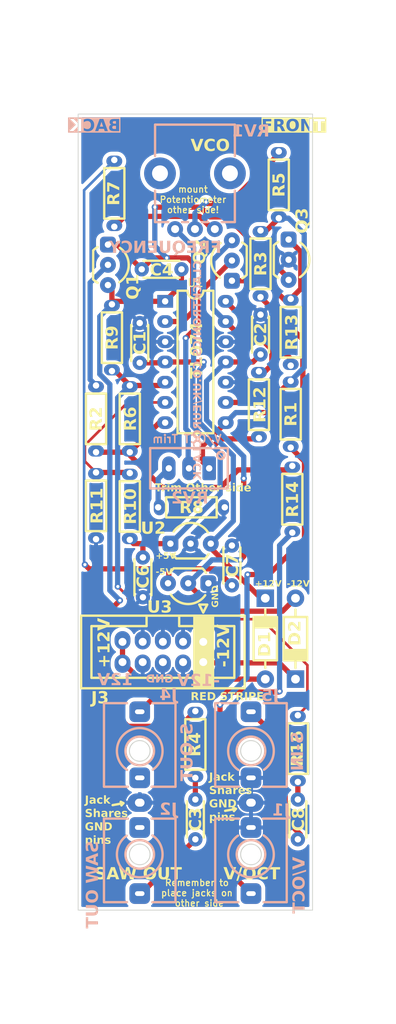
<source format=kicad_pcb>
(kicad_pcb (version 20240108) (generator "pcbnew") (generator_version "8.0")
  (layers (0 "F.Cu" signal) (31 "B.Cu" signal) (34 "B.Paste" user) (35 "F.Paste" user) (36 "B.SilkS" user "B.Silkscreen") (37 "F.SilkS" user "F.Silkscreen") (38 "B.Mask" user) (39 "F.Mask" user) (44 "Edge.Cuts" user))
  (net 0 "")
  (net 1 "-12V")
  (net 2 "GND")
  (net 3 "+12V")
  (net 4 "Net-(C3-Pad1)")
  (net 5 "Net-(C3-Pad2)")
  (net 6 "Net-(Q1-S)")
  (net 7 "Net-(Q1-D)")
  (net 8 "+5V")
  (net 9 "Net-(U1B-+)")
  (net 10 "Net-(R13-Pad1)")
  (net 11 "Net-(D1-A)")
  (net 12 "Net-(D2-K)")
  (net 13 "Net-(Q2-E)")
  (net 14 "Net-(J1-PadT)")
  (net 15 "Net-(Q1-G)")
  (net 16 "Net-(Q2-B)")
  (net 17 "Net-(U1C--)")
  (net 18 "Net-(R7-Pad1)")
  (net 19 "Net-(R3-Pad1)")
  (net 20 "Net-(Q2-C)")
  (net 21 "Net-(R5-Pad1)")
  (net 22 "Net-(R8-Pad2)")
  (net 24 "-5V")
  (net 25 "Net-(J4-PadT)")
  (net 26 "Net-(R14-Pad1)")
  (net 28 "Net-(C8-Pad1)")
  (net 29 "Net-(C8-Pad2)")
  (net 30 "Net-(U1B--)")
  (footprint "BYOM_General:R_Axial_DIN0204_L3.6mm_D1.6mm_P7.62mm_Horizontal" (layer "F.Cu") (at 131.75 88.4785 90)
    (property "Reference" "R6" (at 4.191 0.15 90) (layer "F.SilkS") (effects (font (size 1.5 1.5) (thickness 0.2) (bold yes))))
    (property "Value" "330kΩ")
    (pad "1" thru_hole oval (at 0 0 90) (size 1.4 2) (drill 0.8 (offset 0.15 0)) (layers "*.Cu" "*.Mask") (net 26 "Net-(R14-Pad1)"))
    (pad "2" thru_hole oval (at 8.382 0 270) (size 1.4 2) (drill 0.8 (offset 0.15 0)) (layers "*.Cu" "*.Mask") (net 9 "Net-(U1B-+)"))
  )
  (footprint "BYOM_General:C_TH_Disc_P5.00mm" (layer "F.Cu") (at 133.4 106.7 90)
    (property "Reference" "C6" (at 2.6 0.1 -90) (layer "F.SilkS") (effects (font (size 1.5 1.5) (thickness 0.2) (bold yes))))
    (property "Value" "100n")
    (pad "1" thru_hole circle (at 0 0 90) (size 1.8 1.8) (drill 0.8) (layers "*.Cu" "*.Mask") (net 2 "GND"))
    (pad "2" thru_hole circle (at 5 0 90) (size 1.8 1.8) (drill 0.8) (layers "*.Cu" "*.Mask") (net 8 "+5V"))
  )
  (footprint "BYOM_General:TO-92_Inline_Wide" (layer "F.Cu") (at 144.6 66.94 90)
    (property "Reference" "Q2" (at 3.64 -4 90) (layer "F.SilkS") (effects (font (size 1.5 1.5) (thickness 0.3) (bold yes))))
    (property "Value" "2N3904")
    (pad "1" thru_hole roundrect (at 0 0 90) (size 2 2) (drill 0.8) (layers "*.Cu" "*.Mask") (net 13 "Net-(Q2-E)"))
    (pad "2" thru_hole circle (at 2.54 0 90) (size 2 2) (drill 0.8) (layers "*.Cu" "*.Mask") (net 16 "Net-(Q2-B)"))
    (pad "3" thru_hole circle (at 5.08 0 90) (size 2 2) (drill 0.8) (layers "*.Cu" "*.Mask") (net 20 "Net-(Q2-C)"))
  )
  (footprint "BYOM_General:R_Axial_DIN0204_L3.6mm_D1.6mm_P7.62mm_Horizontal" (layer "F.Cu") (at 129.8 60.1535 90)
    (property "Reference" "R7" (at 4.191 0 90) (layer "F.SilkS") (effects (font (size 1.5 1.5) (thickness 0.2) (bold yes))))
    (property "Value" "2.2kΩ")
    (pad "1" thru_hole oval (at 0 0 90) (size 1.4 2) (drill 0.8 (offset 0.15 0)) (layers "*.Cu" "*.Mask") (net 18 "Net-(R7-Pad1)"))
    (pad "2" thru_hole oval (at 8.382 0 270) (size 1.4 2) (drill 0.8 (offset 0.15 0)) (layers "*.Cu" "*.Mask") (net 24 "-5V"))
  )
  (footprint "BYOM_General:R_Axial_DIN0204_L3.6mm_D1.6mm_P7.62mm_Horizontal" (layer "F.Cu") (at 152 77.6 90)
    (property "Reference" "R13" (at 4.191 0.2 90) (layer "F.SilkS") (effects (font (size 1.5 1.5) (thickness 0.2) (bold yes))))
    (property "Value" "10kΩ")
    (pad "1" thru_hole oval (at 0 0 90) (size 1.4 2) (drill 0.8 (offset 0.15 0)) (layers "*.Cu" "*.Mask") (net 10 "Net-(R13-Pad1)"))
    (pad "2" thru_hole oval (at 8.382 0 270) (size 1.4 2) (drill 0.8 (offset 0.15 0)) (layers "*.Cu" "*.Mask") (net 13 "Net-(Q2-E)"))
  )
  (footprint "BYOM_General:R_Axial_DIN0204_L3.6mm_D1.6mm_P7.62mm_Horizontal" (layer "F.Cu") (at 127.5 88.4785 90)
    (property "Reference" "R2" (at 4.191 0.1 90) (layer "F.SilkS") (effects (font (size 1.5 1.5) (thickness 0.2) (bold yes))))
    (property "Value" "10kΩ")
    (pad "1" thru_hole oval (at 0 0 90) (size 1.4 2) (drill 0.8 (offset 0.15 0)) (layers "*.Cu" "*.Mask") (net 26 "Net-(R14-Pad1)"))
    (pad "2" thru_hole oval (at 8.382 0 270) (size 1.4 2) (drill 0.8 (offset 0.15 0)) (layers "*.Cu" "*.Mask") (net 15 "Net-(Q1-G)"))
  )
  (footprint "BYOM_General:R_Axial_DIN0204_L3.6mm_D1.6mm_P7.62mm_Horizontal" (layer "F.Cu") (at 152.2 90.2 -90)
    (property "Reference" "R14" (at 4.2 -0.1 90) (layer "F.SilkS") (effects (font (size 1.5 1.5) (thickness 0.2) (bold yes))))
    (property "Value" "1k")
    (pad "1" thru_hole oval (at 0 0 270) (size 1.4 2) (drill 0.8 (offset 0.15 0)) (layers "*.Cu" "*.Mask") (net 26 "Net-(R14-Pad1)"))
    (pad "2" thru_hole oval (at 8.382 0 90) (size 1.4 2) (drill 0.8 (offset 0.15 0)) (layers "*.Cu" "*.Mask") (net 25 "Net-(J4-PadT)"))
  )
  (footprint "BYOM_General:R_Axial_DIN0204_L3.6mm_D1.6mm_P7.62mm_Horizontal" (layer "F.Cu") (at 131.75 99.4785 90)
    (property "Reference" "R10" (at 4.191 0.15 90) (layer "F.SilkS") (effects (font (size 1.5 1.5) (thickness 0.2) (bold yes))))
    (property "Value" "100kΩ")
    (pad "1" thru_hole oval (at 0 0 90) (size 1.4 2) (drill 0.8 (offset 0.15 0)) (layers "*.Cu" "*.Mask") (net 8 "+5V"))
    (pad "2" thru_hole oval (at 8.382 0 270) (size 1.4 2) (drill 0.8 (offset 0.15 0)) (layers "*.Cu" "*.Mask") (net 30 "Net-(U1B--)"))
  )
  (footprint "BYOM_General:IDC-Header_2x05_P2.54mm_Vertical" (layer "F.Cu") (at 140.9925 112.3 -90)
    (property "Reference" "J3" (at 7.099999 12.992501 0) (layer "F.SilkS") (effects (font (size 1.5 1.5) (thickness 0.2) (bold yes))))
    (property "Value" "IDC 02x05 Header")
    (pad "1" thru_hole roundrect (at 0 0 270) (size 2.3 2) (drill 1 (offset -0.2 0)) (layers "*.Cu" "*.Mask") (roundrect_rratio 0.125) (net 12 "Net-(D2-K)"))
    (pad "2" thru_hole oval (at 2.54 0 270) (size 2.3 2) (drill 1 (offset 0.2 0)) (layers "*.Cu" "*.Mask") (net 12 "Net-(D2-K)"))
    (pad "3" thru_hole oval (at 0 2.54 270) (size 2.3 2) (drill 1 (offset -0.2 0)) (layers "*.Cu" "*.Mask") (net 2 "GND"))
    (pad "4" thru_hole oval (at 2.54 2.54 270) (size 2.3 2) (drill 1 (offset 0.2 0)) (layers "*.Cu" "*.Mask") (net 2 "GND"))
    (pad "5" thru_hole oval (at 0 5.08 270) (size 2.3 2) (drill 1 (offset -0.2 0)) (layers "*.Cu" "*.Mask") (net 2 "GND"))
    (pad "6" thru_hole oval (at 2.54 5.08 270) (size 2.3 2) (drill 1 (offset 0.2 0)) (layers "*.Cu" "*.Mask") (net 2 "GND"))
    (pad "7" thru_hole oval (at 0 7.62 270) (size 2.3 2) (drill 1 (offset -0.2 0)) (layers "*.Cu" "*.Mask") (net 2 "GND"))
    (pad "8" thru_hole oval (at 2.54 7.62 270) (size 2.3 2) (drill 1 (offset 0.2 0)) (layers "*.Cu" "*.Mask") (net 2 "GND"))
    (pad "9" thru_hole oval (at 0 10.16 270) (size 2.3 2) (drill 1 (offset -0.2 0)) (layers "*.Cu" "*.Mask") (net 11 "Net-(D1-A)"))
    (pad "10" thru_hole oval (at 2.54 10.16 270) (size 2.3 2) (drill 1 (offset 0.2 0)) (layers "*.Cu" "*.Mask") (net 11 "Net-(D1-A)"))
  )
  (footprint "BYOM_General:TO-92_Inline_Wide" (layer "F.Cu") (at 141.64 104.935825 180)
    (property "Reference" "U3" (at 6.14 -3.064175 180) (layer "F.SilkS") (effects (font (size 1.5 1.5) (thickness 0.3) (bold yes))))
    (property "Value" "L79L05_TO92")
    (pad "1" thru_hole roundrect (at 0 0 180) (size 2 2) (drill 0.8) (layers "*.Cu" "*.Mask") (net 2 "GND"))
    (pad "2" thru_hole circle (at 2.54 0 180) (size 2 2) (drill 0.8) (layers "*.Cu" "*.Mask") (net 1 "-12V"))
    (pad "3" thru_hole circle (at 5.08 0 180) (size 2 2) (drill 0.8) (layers "*.Cu" "*.Mask") (net 24 "-5V"))
  )
  (footprint "BYOM_General:TO-92_Inline_Wide" (layer "F.Cu") (at 136.86 99.964175)
    (property "Reference" "U2" (at -2.16 -1.864175 0) (layer "F.SilkS") (effects (font (size 1.5 1.5) (thickness 0.3) (bold yes))))
    (property "Value" "L78L05_TO92")
    (pad "1" thru_hole roundrect (at 0 0) (size 2 2) (drill 0.8) (layers "*.Cu" "*.Mask") (net 8 "+5V"))
    (pad "2" thru_hole circle (at 2.54 0) (size 2 2) (drill 0.8) (layers "*.Cu" "*.Mask") (net 2 "GND"))
    (pad "3" thru_hole circle (at 5.08 0) (size 2 2) (drill 0.8) (layers "*.Cu" "*.Mask") (net 3 "+12V"))
  )
  (footprint "BYOM_General:D_TH_DO-41_P10.16mm" (layer "F.Cu") (at 152.6 116.98 90)
    (property "Reference" "D2" (at 5.775 0 -90) (layer "F.SilkS") (effects (font (size 1.5 1.5) (thickness 0.2) (bold yes))))
    (property "Value" "1N5817")
    (pad "1" thru_hole rect (at 0 0 90) (size 2.2 2.2) (drill 1.1) (layers "*.Cu" "*.Mask") (net 12 "Net-(D2-K)"))
    (pad "2" thru_hole oval (at 10.16 0 90) (size 2.2 2.2) (drill 1.1) (layers "*.Cu" "*.Mask") (net 1 "-12V"))
  )
  (footprint "BYOM_General:R_Axial_DIN0204_L3.6mm_D1.6mm_P7.62mm_Horizontal" (layer "F.Cu") (at 148.2 69 90)
    (property "Reference" "R3" (at 4.191 0.1 90) (layer "F.SilkS") (effects (font (size 1.5 1.5) (thickness 0.2) (bold yes))))
    (property "Value" "2.2kΩ")
    (pad "1" thru_hole oval (at 0 0 90) (size 1.4 2) (drill 0.8 (offset 0.15 0)) (layers "*.Cu" "*.Mask") (net 19 "Net-(R3-Pad1)"))
    (pad "2" thru_hole oval (at 8.382 0 270) (size 1.4 2) (drill 0.8 (offset 0.15 0)) (layers "*.Cu" "*.Mask") (net 17 "Net-(U1C--)"))
  )
  (footprint "BYOM_General:R_Axial_DIN0204_L3.6mm_D1.6mm_P7.62mm_Horizontal" (layer "F.Cu") (at 152.9 129.9 90)
    (property "Reference" "R16" (at 4.191 0 -90) (layer "F.SilkS") (effects (font (size 1.5 1.5) (thickness 0.2) (bold yes))))
    (property "Value" "330kΩ")
    (pad "1" thru_hole oval (at 0 0 90) (size 1.4 2) (drill 0.8 (offset 0.15 0)) (layers "*.Cu" "*.Mask") (net 29 "Net-(C8-Pad2)"))
    (pad "2" thru_hole oval (at 8.382 0 270) (size 1.4 2) (drill 0.8 (offset 0.15 0)) (layers "*.Cu" "*.Mask") (net 9 "Net-(U1B-+)"))
  )
  (footprint "BYOM_General:R_Axial_DIN0204_L3.6mm_D1.6mm_P7.62mm_Horizontal" (layer "F.Cu") (at 129.5 69.9 -90)
    (property "Reference" "R9" (at 4.2 -0.1 -90) (layer "F.SilkS") (effects (font (size 1.5 1.5) (thickness 0.2) (bold yes))))
    (property "Value" "100kΩ")
    (pad "1" thru_hole oval (at 0 0 270) (size 1.4 2) (drill 0.8 (offset 0.15 0)) (layers "*.Cu" "*.Mask") (net 7 "Net-(Q1-D)"))
    (pad "2" thru_hole oval (at 8.382 0 90) (size 1.4 2) (drill 0.8 (offset 0.15 0)) (layers "*.Cu" "*.Mask") (net 9 "Net-(U1B-+)"))
  )
  (footprint "BYOM_General:R_Axial_DIN0204_L3.6mm_D1.6mm_P7.62mm_Horizontal" (layer "F.Cu") (at 152 87.9 90)
    (property "Reference" "R1" (at 4.191 0.1 90) (layer "F.SilkS") (effects (font (size 1.5 1.5) (thickness 0.2) (bold yes))))
    (property "Value" "100kΩ")
    (pad "1" thru_hole oval (at 0 0 90) (size 1.4 2) (drill 0.8 (offset 0.15 0)) (layers "*.Cu" "*.Mask") (net 14 "Net-(J1-PadT)"))
    (pad "2" thru_hole oval (at 8.382 0 270) (size 1.4 2) (drill 0.8 (offset 0.15 0)) (layers "*.Cu" "*.Mask") (net 17 "Net-(U1C--)"))
  )
  (footprint "BYOM_General:R_Axial_DIN0204_L3.6mm_D1.6mm_P7.62mm_Horizontal" (layer "F.Cu") (at 150.5 50.7 -90)
    (property "Reference" "R5" (at 4.191 -0.1 -90) (layer "F.SilkS") (effects (font (size 1.5 1.5) (thickness 0.2) (bold yes))))
    (property "Value" "100kΩ")
    (pad "1" thru_hole oval (at 0 0 270) (size 1.4 2) (drill 0.8 (offset 0.15 0)) (layers "*.Cu" "*.Mask") (net 21 "Net-(R5-Pad1)"))
    (pad "2" thru_hole oval (at 8.382 0 90) (size 1.4 2) (drill 0.8 (offset 0.15 0)) (layers "*.Cu" "*.Mask") (net 17 "Net-(U1C--)"))
  )
  (footprint "BYOM_General:C_TH_Disc_P5.00mm" (layer "F.Cu") (at 133 72.25 -90)
    (property "Reference" "C1" (at 2.5 -0.1 -90) (layer "F.SilkS") (effects (font (size 1.5 1.5) (thickness 0.2) (bold yes))))
    (property "Value" "100n")
    (pad "1" thru_hole circle (at 0 0 270) (size 1.8 1.8) (drill 0.8) (layers "*.Cu" "*.Mask") (net 2 "GND"))
    (pad "2" thru_hole circle (at 5 0 270) (size 1.8 1.8) (drill 0.8) (layers "*.Cu" "*.Mask") (net 3 "+12V"))
  )
  (footprint "BYOM_General:R_Axial_DIN0204_L3.6mm_D1.6mm_P7.62mm_Horizontal" (layer "F.Cu") (at 148 86.7 90)
    (property "Reference" "R12" (at 4.191 0.2 90) (layer "F.SilkS") (effects (font (size 1.5 1.5) (thickness 0.2) (bold yes))))
    (property "Value" "1MΩ")
    (pad "1" thru_hole oval (at 0 0 90) (size 1.4 2) (drill 0.8 (offset 0.15 0)) (layers "*.Cu" "*.Mask") (net 8 "+5V"))
    (pad "2" thru_hole oval (at 8.382 0 270) (size 1.4 2) (drill 0.8 (offset 0.15 0)) (layers "*.Cu" "*.Mask") (net 20 "Net-(Q2-C)"))
  )
  (footprint "BYOM_General:C_TH_Disc_P5.00mm" (layer "F.Cu") (at 133.25 65.5)
    (property "Reference" "C4" (at 2.5 0.15 0) (layer "F.SilkS") (effects (font (size 1.5 1.5) (thickness 0.2) (bold yes))))
    (property "Value" "1nF C0G")
    (pad "1" thru_hole circle (at 0 0) (size 1.8 1.8) (drill 0.8) (layers "*.Cu" "*.Mask") (net 6 "Net-(Q1-S)"))
    (pad "2" thru_hole circle (at 5 0) (size 1.8 1.8) (drill 0.8) (layers "*.Cu" "*.Mask") (net 7 "Net-(Q1-D)"))
  )
  (footprint "BYOM_General:R_Axial_DIN0204_L3.6mm_D1.6mm_P7.62mm_Horizontal" (layer "F.Cu") (at 140 121 -90)
    (property "Reference" "R4" (at 4.191 0 90) (layer "F.SilkS") (effects (font (size 1.5 1.5) (thickness 0.2) (bold yes))))
    (property "Value" "1kΩ")
    (pad "1" thru_hole oval (at 0 0 270) (size 1.4 2) (drill 0.8 (offset 0.15 0)) (layers "*.Cu" "*.Mask") (net 7 "Net-(Q1-D)"))
    (pad "2" thru_hole oval (at 8.382 0 90) (size 1.4 2) (drill 0.8 (offset 0.15 0)) (layers "*.Cu" "*.Mask") (net 4 "Net-(C3-Pad1)"))
  )
  (footprint "BYOM_General:C_TH_Disc_P5.00mm" (layer "F.Cu") (at 144.6 105.2 90)
    (property "Reference" "C7" (at 2.5 0.15 -90) (layer "F.SilkS") (effects (font (size 1.5 1.5) (thickness 0.2) (bold yes))))
    (property "Value" "100n")
    (pad "1" thru_hole circle (at 0 0 90) (size 1.8 1.8) (drill 0.8) (layers "*.Cu" "*.Mask") (net 24 "-5V"))
    (pad "2" thru_hole circle (at 5 0 90) (size 1.8 1.8) (drill 0.8) (layers "*.Cu" "*.Mask") (net 2 "GND"))
  )
  (footprint "BYOM_General:TO-92_Inline_Wide" (layer "F.Cu") (at 129 62.4 -90)
    (property "Reference" "Q1" (at 5.3 -3.2 90) (layer "F.SilkS") (effects (font (size 1.5 1.5) (thickness 0.3) (bold yes))))
    (property "Value" "2N7000")
    (pad "1" thru_hole roundrect (at 0 0 270) (size 2 2) (drill 0.8) (layers "*.Cu" "*.Mask") (net 6 "Net-(Q1-S)"))
    (pad "2" thru_hole circle (at 2.54 0 270) (size 2 2) (drill 0.8) (layers "*.Cu" "*.Mask") (net 15 "Net-(Q1-G)"))
    (pad "3" thru_hole circle (at 5.08 0 270) (size 2 2) (drill 0.8) (layers "*.Cu" "*.Mask") (net 7 "Net-(Q1-D)"))
  )
  (footprint "BYOM_General:R_Axial_DIN0204_L3.6mm_D1.6mm_P7.62mm_Horizontal" (layer "F.Cu") (at 143.7 95.4 180)
    (property "Reference" "R8" (at 4.191 -0.1 180) (layer "F.SilkS") (effects (font (size 1.5 1.5) (thickness 0.2) (bold yes))))
    (property "Value" "100Ω")
    (pad "1" thru_hole oval (at 0 0 180) (size 1.4 2) (drill 0.8 (offset 0.15 0)) (layers "*.Cu" "*.Mask") (net 2 "GND"))
    (pad "2" thru_hole oval (at 8.382 0) (size 1.4 2) (drill 0.8 (offset 0.15 0)) (layers "*.Cu" "*.Mask") (net 22 "Net-(R8-Pad2)"))
  )
  (footprint "BYOM_General:D_TH_DO-41_P10.16mm" (layer "F.Cu") (at 148.8 106.82 -90)
    (property "Reference" "D1" (at 5.775 0 90) (layer "F.SilkS") (effects (font (size 1.5 1.5) (thickness 0.2) (bold yes))))
    (property "Value" "1N5817")
    (pad "1" thru_hole rect (at 0 0 270) (size 2.2 2.2) (drill 1.1) (layers "*.Cu" "*.Mask") (net 3 "+12V"))
    (pad "2" thru_hole oval (at 10.16 0 270) (size 2.2 2.2) (drill 1.1) (layers "*.Cu" "*.Mask") (net 11 "Net-(D1-A)"))
  )
  (footprint "BYOM_General:C_TH_Disc_P5.00mm" (layer "F.Cu") (at 140 132.1 -90)
    (property "Reference" "C3" (at 2.5 -0.1 90) (layer "F.SilkS") (effects (font (size 1.5 1.5) (thickness 0.2) (bold yes))))
    (property "Value" "100n")
    (pad "1" thru_hole circle (at 0 0 270) (size 1.8 1.8) (drill 0.8) (layers "*.Cu" "*.Mask") (net 4 "Net-(C3-Pad1)"))
    (pad "2" thru_hole circle (at 5 0 270) (size 1.8 1.8) (drill 0.8) (layers "*.Cu" "*.Mask") (net 5 "Net-(C3-Pad2)"))
  )
  (footprint "BYOM_General:C_TH_Disc_P5.00mm" (layer "F.Cu") (at 152.9 137.1 90)
    (property "Reference" "C8" (at 2.5 0.15 -90) (layer "F.SilkS") (effects (font (size 1.5 1.5) (thickness 0.2) (bold yes))))
    (property "Value" "100pF")
    (pad "1" thru_hole circle (at 0 0 90) (size 1.8 1.8) (drill 0.8) (layers "*.Cu" "*.Mask") (net 28 "Net-(C8-Pad1)"))
    (pad "2" thru_hole circle (at 5 0 90) (size 1.8 1.8) (drill 0.8) (layers "*.Cu" "*.Mask") (net 29 "Net-(C8-Pad2)"))
  )
  (footprint "BYOM_General:DIP-14_W7.62mm_LongPads_copy" (layer "F.Cu") (at 136.2 69.525)
    (property "Reference" "U1" (at 3.81 -2.33 0) (layer "F.SilkS"))
    (property "Value" "TL074")
    (pad "1" thru_hole rect (at 0 0) (size 2 1.6) (drill 0.8) (layers "*.Cu" "*.Mask") (net 7 "Net-(Q1-D)"))
    (pad "2" thru_hole oval (at 0 2.54) (size 2 1.6) (drill 0.8) (layers "*.Cu" "*.Mask") (net 6 "Net-(Q1-S)"))
    (pad "3" thru_hole oval (at 0 5.08) (size 2 1.6) (drill 0.8) (layers "*.Cu" "*.Mask") (net 2 "GND"))
    (pad "4" thru_hole oval (at 0 7.62) (size 2 1.6) (drill 0.8) (layers "*.Cu" "*.Mask") (net 3 "+12V"))
    (pad "5" thru_hole oval (at 0 10.16) (size 2 1.6) (drill 0.8) (layers "*.Cu" "*.Mask") (net 9 "Net-(U1B-+)"))
    (pad "6" thru_hole oval (at 0 12.7) (size 2 1.6) (drill 0.8) (layers "*.Cu" "*.Mask") (net 30 "Net-(U1B--)"))
    (pad "7" thru_hole oval (at 0 15.24) (size 2 1.6) (drill 0.8) (layers "*.Cu" "*.Mask") (net 26 "Net-(R14-Pad1)"))
    (pad "8" thru_hole oval (at 7.62 15.24) (size 2 1.6) (drill 0.8) (layers "*.Cu" "*.Mask") (net 19 "Net-(R3-Pad1)"))
    (pad "9" thru_hole oval (at 7.62 12.7) (size 2 1.6) (drill 0.8) (layers "*.Cu" "*.Mask") (net 17 "Net-(U1C--)"))
    (pad "10" thru_hole oval (at 7.62 10.16) (size 2 1.6) (drill 0.8) (layers "*.Cu" "*.Mask") (net 2 "GND"))
    (pad "11" thru_hole oval (at 7.62 7.62) (size 2 1.6) (drill 0.8) (layers "*.Cu" "*.Mask") (net 1 "-12V"))
    (pad "12" thru_hole oval (at 7.62 5.08) (size 2 1.6) (drill 0.8) (layers "*.Cu" "*.Mask") (net 2 "GND"))
    (pad "13" thru_hole oval (at 7.62 2.54) (size 2 1.6) (drill 0.8) (layers "*.Cu" "*.Mask") (net 20 "Net-(Q2-C)"))
    (pad "14" thru_hole oval (at 7.62 0) (size 2 1.6) (drill 0.8) (layers "*.Cu" "*.Mask") (net 10 "Net-(R13-Pad1)"))
  )
  (footprint "BYOM_General:C_TH_Disc_P5.00mm" (layer "F.Cu") (at 148.2 71.2 -90)
    (property "Reference" "C2" (at 2.5 -0.1 90) (layer "F.SilkS") (effects (font (size 1.5 1.5) (thickness 0.2) (bold yes))))
    (property "Value" "100n")
    (pad "1" thru_hole circle (at 0 0 270) (size 1.8 1.8) (drill 0.8) (layers "*.Cu" "*.Mask") (net 2 "GND"))
    (pad "2" thru_hole circle (at 5 0 270) (size 1.8 1.8) (drill 0.8) (layers "*.Cu" "*.Mask") (net 1 "-12V"))
  )
  (footprint "BYOM_General:TO-92_Inline_Wide" (layer "F.Cu") (at 151.735825 61.76 -90)
    (property "Reference" "Q3" (at -2.36 -1.764175 -90) (layer "F.SilkS") (effects (font (size 1.5 1.5) (thickness 0.3) (bold yes))))
    (property "Value" "2N3904")
    (pad "1" thru_hole roundrect (at 0 0 270) (size 2 2) (drill 0.8) (layers "*.Cu" "*.Mask") (net 13 "Net-(Q2-E)"))
    (pad "2" thru_hole circle (at 2.54 0 270) (size 2 2) (drill 0.8) (layers "*.Cu" "*.Mask") (net 2 "GND"))
    (pad "3" thru_hole circle (at 5.08 0 270) (size 2 2) (drill 0.8) (layers "*.Cu" "*.Mask") (net 6 "Net-(Q1-S)"))
  )
  (footprint "BYOM_General:R_Axial_DIN0204_L3.6mm_D1.6mm_P7.62mm_Horizontal" (layer "F.Cu") (at 127.5 91.0215 -90)
    (property "Reference" "R11" (at 4.191 -0.2 -90) (layer "F.SilkS") (effects (font (size 1.5 1.5) (thickness 0.2) (bold yes))))
    (property "Value" "330kΩ")
    (pad "1" thru_hole oval (at 0 0 270) (size 1.4 2) (drill 0.8 (offset 0.15 0)) (layers "*.Cu" "*.Mask") (net 30 "Net-(U1B--)"))
    (pad "2" thru_hole oval (at 8.382 0 90) (size 1.4 2) (drill 0.8 (offset 0.15 0)) (layers "*.Cu" "*.Mask") (net 2 "GND"))
  )
  (footprint "BYOM_General:Potentiometer_Bourns_3296W_Vertical" (layer "B.Cu") (at 141.74 90.5)
    (property "Reference" "RV2" (at -2.44 3.8 0) (layer "B.SilkS") (effects (font (size 1.5 1.5) (thickness 0.3) (bold yes)) (justify mirror)))
    (property "Value" "100Ω")
    (pad "1" thru_hole roundrect (at 0 0) (size 1.7 3) (drill 0.8) (layers "*.Cu" "*.Mask") (roundrect_rratio 0.1470588235) (net 19 "Net-(R3-Pad1)"))
    (pad "2" thru_hole oval (at -2.54 0) (size 1.7 3) (drill 0.8) (layers "*.Cu" "*.Mask") (net 16 "Net-(Q2-B)"))
    (pad "3" thru_hole oval (at -5.08 0) (size 1.7 3) (drill 0.8) (layers "*.Cu" "*.Mask") (net 22 "Net-(R8-Pad2)"))
  )
  (footprint "BYOM_General:Jack_3.5mm_QingPu_WQP-PJ398SM_Vertical" (layer "B.Cu") (at 147 126 180)
    (property "Reference" "J5" (at -2.4 6.9 180) (layer "B.SilkS") (effects (font (size 1.5 1.5) (thickness 0.2) (bold yes)) (justify mirror)))
    (property "Value" "SYNC_IN")
    (fp_circle (center 0 0) (end 1.3 0) (stroke (width 0.12)) (fill none) (layer "Edge.Cuts"))
    (pad "S" thru_hole oval (at 0 -6.5 180) (size 3.1 2.3) (drill oval 1.2 1) (layers "*.Cu" "*.Mask") (net 2 "GND"))
    (pad "T" thru_hole roundrect (at 0 4.92 180) (size 2.6 2.6) (drill oval 1.2 0.6) (layers "*.Cu" "*.Mask") (net 28 "Net-(C8-Pad1)"))
    (pad "TN" thru_hole roundrect (at 0 -3.38 180) (size 2.6 2.6) (drill oval 1.2 0.6) (layers "*.Cu" "*.Mask") (net 2 "GND"))
    (zone (net 0) (net_name "") (layers "B.Cu" "B.SilkS") (connect_pads (clearance 0)) (min_thickness 0.25)
      (keepout (tracks not_allowed) (vias not_allowed) (pads not_allowed) (copperpour not_allowed) (footprints not_allowed))
      (fill (thermal_gap 0.5) (thermal_bridge_width 0.5))
      (polygon (pts (xy 145.5 126) (xy 145.520458 125.753108) (xy 145.581274 125.512951) (xy 145.680789 125.286079) (xy 145.816289 125.078681) (xy 145.984078 124.896414) (xy 146.179578 124.74425) (xy 146.397457 124.62634) (xy 146.631772 124.5459) (xy 146.876131 124.505123) (xy 147.123869 124.505123) (xy 147.368228 124.5459) (xy 147.602543 124.62634) (xy 147.820422 124.74425) (xy 148.015922 124.896414) (xy 148.183711 125.078681) (xy 148.319211 125.286079) (xy 148.418726 125.512951) (xy 148.479542 125.753108) (xy 148.5 126) (xy 148.479542 126.246892) (xy 148.418726 126.487049) (xy 148.319211 126.713921) (xy 148.183711 126.921319) (xy 148.015922 127.103586) (xy 147.820422 127.25575) (xy 147.602543 127.37366) (xy 147.368228 127.4541) (xy 147.123869 127.494877) (xy 146.876131 127.494877) (xy 146.631772 127.4541) (xy 146.397457 127.37366) (xy 146.179578 127.25575) (xy 145.984078 127.103586) (xy 145.816289 126.921319) (xy 145.680789 126.713921) (xy 145.581274 126.487049) (xy 145.520458 126.246892)))
    )
  )
  (footprint "BYOM_General:Jack_3.5mm_QingPu_WQP-PJ398SM_Vertical" (layer "B.Cu") (at 133 139)
    (property "Reference" "J2" (at 3.6 -5.6 0) (layer "B.SilkS") (effects (font (size 1.5 1.5) (thickness 0.2) (bold yes)) (justify mirror)))
    (property "Value" "SAW OUT")
    (fp_circle (center 0 0) (end 1.3 0) (stroke (width 0.12)) (fill none) (layer "Edge.Cuts"))
    (pad "S" thru_hole oval (at 0 -6.5) (size 3.1 2.3) (drill oval 1.2 1) (layers "*.Cu" "*.Mask") (net 2 "GND"))
    (pad "T" thru_hole roundrect (at 0 4.92) (size 2.6 2.6) (drill oval 1.2 0.6) (layers "*.Cu" "*.Mask") (net 5 "Net-(C3-Pad2)"))
    (pad "TN" thru_hole roundrect (at 0 -3.38) (size 2.6 2.6) (drill oval 1.2 0.6) (layers "*.Cu" "*.Mask"))
    (zone (net 0) (net_name "") (layers "B.Cu" "B.SilkS") (connect_pads (clearance 0)) (min_thickness 0.25)
      (keepout (tracks not_allowed) (vias not_allowed) (pads not_allowed) (copperpour not_allowed) (footprints not_allowed))
      (fill (thermal_gap 0.5) (thermal_bridge_width 0.5))
      (polygon (pts (xy 134.5 139) (xy 134.479542 139.246892) (xy 134.418726 139.487049) (xy 134.319211 139.713921) (xy 134.183711 139.921319) (xy 134.015922 140.103586) (xy 133.820422 140.25575) (xy 133.602543 140.37366) (xy 133.368228 140.4541) (xy 133.123869 140.494877) (xy 132.876131 140.494877) (xy 132.631772 140.4541) (xy 132.397457 140.37366) (xy 132.179578 140.25575) (xy 131.984078 140.103586) (xy 131.816289 139.921319) (xy 131.680789 139.713921) (xy 131.581274 139.487049) (xy 131.520458 139.246892) (xy 131.5 139) (xy 131.520458 138.753108) (xy 131.581274 138.512951) (xy 131.680789 138.286079) (xy 131.816289 138.078681) (xy 131.984078 137.896414) (xy 132.179578 137.74425) (xy 132.397457 137.62634) (xy 132.631772 137.5459) (xy 132.876131 137.505123) (xy 133.123869 137.505123) (xy 133.368228 137.5459) (xy 133.602543 137.62634) (xy 133.820422 137.74425) (xy 134.015922 137.896414) (xy 134.183711 138.078681) (xy 134.319211 138.286079) (xy 134.418726 138.512951) (xy 134.479542 138.753108)))
    )
  )
  (footprint "BYOM_General:Jack_3.5mm_QingPu_WQP-PJ398SM_Vertical" (layer "B.Cu") (at 133 126 180)
    (property "Reference" "J4" (at -3.6 7 180) (layer "B.SilkS") (effects (font (size 1.5 1.5) (thickness 0.2) (bold yes)) (justify mirror)))
    (property "Value" "SYNC_OUT")
    (fp_circle (center 0 0) (end 1.3 0) (stroke (width 0.12)) (fill none) (layer "Edge.Cuts"))
    (pad "S" thru_hole oval (at 0 -6.5 180) (size 3.1 2.3) (drill oval 1.2 1) (layers "*.Cu" "*.Mask") (net 2 "GND"))
    (pad "T" thru_hole roundrect (at 0 4.92 180) (size 2.6 2.6) (drill oval 1.2 0.6) (layers "*.Cu" "*.Mask") (net 25 "Net-(J4-PadT)"))
    (pad "TN" thru_hole roundrect (at 0 -3.38 180) (size 2.6 2.6) (drill oval 1.2 0.6) (layers "*.Cu" "*.Mask"))
    (zone (net 0) (net_name "") (layers "B.Cu" "B.SilkS") (connect_pads (clearance 0)) (min_thickness 0.25)
      (keepout (tracks not_allowed) (vias not_allowed) (pads not_allowed) (copperpour not_allowed) (footprints not_allowed))
      (fill (thermal_gap 0.5) (thermal_bridge_width 0.5))
      (polygon (pts (xy 131.5 126) (xy 131.520458 125.753108) (xy 131.581274 125.512951) (xy 131.680789 125.286079) (xy 131.816289 125.078681) (xy 131.984078 124.896414) (xy 132.179578 124.74425) (xy 132.397457 124.62634) (xy 132.631772 124.5459) (xy 132.876131 124.505123) (xy 133.123869 124.505123) (xy 133.368228 124.5459) (xy 133.602543 124.62634) (xy 133.820422 124.74425) (xy 134.015922 124.896414) (xy 134.183711 125.078681) (xy 134.319211 125.286079) (xy 134.418726 125.512951) (xy 134.479542 125.753108) (xy 134.5 126) (xy 134.479542 126.246892) (xy 134.418726 126.487049) (xy 134.319211 126.713921) (xy 134.183711 126.921319) (xy 134.015922 127.103586) (xy 133.820422 127.25575) (xy 133.602543 127.37366) (xy 133.368228 127.4541) (xy 133.123869 127.494877) (xy 132.876131 127.494877) (xy 132.631772 127.4541) (xy 132.397457 127.37366) (xy 132.179578 127.25575) (xy 131.984078 127.103586) (xy 131.816289 126.921319) (xy 131.680789 126.713921) (xy 131.581274 126.487049) (xy 131.520458 126.246892)))
    )
  )
  (footprint "BYOM_General:POT_TH_Alps_RK09K_Single_Vertical" (layer "B.Cu") (at 139.95 52.95 180)
    (property "Reference" "RV1" (at -7.05 4.75 180) (layer "B.SilkS") (effects (font (size 1.5 1.5) (thickness 0.15) (bold yes)) (justify mirror)))
    (property "Value" "100kΩ")
    (pad "" thru_hole circle (at -4.4 -0.5 90) (size 4 4) (drill 2) (layers "*.Cu" "*.Mask"))
    (pad "" thru_hole circle (at 4.4 -0.5 90) (size 4 4) (drill 2) (layers "*.Cu" "*.Mask"))
    (pad "1" thru_hole circle (at 2.5 -7.5 90) (size 2 2) (drill 1) (layers "*.Cu" "*.Mask") (net 8 "+5V"))
    (pad "2" thru_hole circle (at 0 -7.5 180) (size 2 2) (drill 1) (layers "*.Cu" "*.Mask") (net 21 "Net-(R5-Pad1)"))
    (pad "3" thru_hole circle (at -2.5 -7.5 90) (size 2 2) (drill 1) (layers "*.Cu" "*.Mask") (net 18 "Net-(R7-Pad1)"))
  )
  (footprint "BYOM_General:Jack_3.5mm_QingPu_WQP-PJ398SM_Vertical" (layer "B.Cu") (at 147 139)
    (property "Reference" "J1" (at 3.8 -5.5 0) (layer "B.SilkS") (effects (font (size 1.5 1.5) (thickness 0.2) (bold yes)) (justify mirror)))
    (property "Value" "V/OCT")
    (fp_circle (center 0 0) (end 1.3 0) (stroke (width 0.12)) (fill none) (layer "Edge.Cuts"))
    (pad "S" thru_hole oval (at 0 -6.5) (size 3.1 2.3) (drill oval 1.2 1) (layers "*.Cu" "*.Mask") (net 2 "GND"))
    (pad "T" thru_hole roundrect (at 0 4.92) (size 2.6 2.6) (drill oval 1.2 0.6) (layers "*.Cu" "*.Mask") (net 14 "Net-(J1-PadT)"))
    (pad "TN" thru_hole roundrect (at 0 -3.38) (size 2.6 2.6) (drill oval 1.2 0.6) (layers "*.Cu" "*.Mask") (net 2 "GND"))
    (zone (net 0) (net_name "") (layers "B.Cu" "B.SilkS") (connect_pads (clearance 0)) (min_thickness 0.25)
      (keepout (tracks not_allowed) (vias not_allowed) (pads not_allowed) (copperpour not_allowed) (footprints not_allowed))
      (fill (thermal_gap 0.5) (thermal_bridge_width 0.5))
      (polygon (pts (xy 148.5 139) (xy 148.479542 139.246892) (xy 148.418726 139.487049) (xy 148.319211 139.713921) (xy 148.183711 139.921319) (xy 148.015922 140.103586) (xy 147.820422 140.25575) (xy 147.602543 140.37366) (xy 147.368228 140.4541) (xy 147.123869 140.494877) (xy 146.876131 140.494877) (xy 146.631772 140.4541) (xy 146.397457 140.37366) (xy 146.179578 140.25575) (xy 145.984078 140.103586) (xy 145.816289 139.921319) (xy 145.680789 139.713921) (xy 145.581274 139.487049) (xy 145.520458 139.246892) (xy 145.5 139) (xy 145.520458 138.753108) (xy 145.581274 138.512951) (xy 145.680789 138.286079) (xy 145.816289 138.078681) (xy 145.984078 137.896414) (xy 146.179578 137.74425) (xy 146.397457 137.62634) (xy 146.631772 137.5459) (xy 146.876131 137.505123) (xy 147.123869 137.505123) (xy 147.368228 137.5459) (xy 147.602543 137.62634) (xy 147.820422 137.74425) (xy 148.015922 137.896414) (xy 148.183711 138.078681) (xy 148.319211 138.286079) (xy 148.418726 138.512951) (xy 148.479542 138.753108)))
    )
  )
  (gr_line (start 143.75 133.525) (end 145.11 133.275) (stroke (width 0.3)) (layer "F.SilkS"))
  (gr_line (start 130.61 132.39) (end 130.7 132.84) (stroke (width 0.3)) (layer "F.SilkS"))
  (gr_line (start 144.77 133.105) (end 144.86 133.555) (stroke (width 0.3)) (layer "F.SilkS"))
  (gr_rect (start 139.8 109) (end 142.3 118.2) (stroke (width 0.15)) (fill solid) (layer "F.SilkS"))
  (gr_line (start 145.11 133.275) (end 144.77 133.105) (stroke (width 0.3)) (layer "F.SilkS"))
  (gr_line (start 129.59 132.81) (end 130.95 132.56) (stroke (width 0.3)) (layer "F.SilkS"))
  (gr_line (start 130.7 132.84) (end 130.95 132.56) (stroke (width 0.3)) (layer "F.SilkS"))
  (gr_line (start 130.95 132.56) (end 130.61 132.39) (stroke (width 0.3)) (layer "F.SilkS"))
  (gr_line (start 144.86 133.555) (end 145.11 133.275) (stroke (width 0.3)) (layer "F.SilkS"))
  (gr_line (start 154.75 46) (end 125.25 46) (stroke (width 0.1)) (layer "Edge.Cuts"))
  (gr_line (start 154.75 146) (end 154.75 46) (stroke (width 0.1)) (layer "Edge.Cuts"))
  (gr_line (start 125.25 46) (end 125.25 146) (stroke (width 0.1)) (layer "Edge.Cuts"))
  (gr_line (start 125.25 146) (end 154.75 146) (stroke (width 0.1)) (layer "Edge.Cuts"))
  (gr_text "GND" (at 137.250244 117.576116 0) (layer "B.SilkS") (effects (font (size 1 1) (thickness 0.2) (bold yes)) (justify left bottom mirror)))
  (gr_text "BACK" (at 130.6 48.4 0) (layer "B.SilkS" knockout) (effects (font (size 1.5 1.5) (thickness 0.2) (bold yes)) (justify left bottom mirror)))
  (gr_text "V/OCT" (at 154 139.3 90) (layer "B.SilkS") (effects (font (size 1.5 1.5) (thickness 0.15) (bold yes)) (justify left bottom mirror)))
  (gr_text "S-OUT" (at 139.9 122.5 90) (layer "B.SilkS") (effects (font (size 1.5 1.5) (thickness 0.15) (bold yes)) (justify left bottom mirror)))
  (gr_text "FREQUENCY" (at 143.3 63.7 0) (layer "B.SilkS") (effects (font (size 1.5 1.5) (thickness 0.15) (bold yes)) (justify left bottom mirror)))
  (gr_text "S-IN" (at 153.8 123.6 90) (layer "B.SilkS") (effects (font (size 1.5 1.5) (thickness 0.15) (bold yes)) (justify left bottom mirror)))
  (gr_text "CLACKTRONICS.CO.UK/EUROCLACK" (at 140.9 64.4 90) (layer "B.SilkS") (effects (font (size 1 1)) (justify left bottom mirror)))
  (gr_text "-12V\n" (at 143.1 118.1 0) (layer "B.SilkS") (effects (font (size 1.5 1.5) (thickness 0.3) (bold yes)) (justify left bottom mirror)))
  (gr_text "V/OCT Trim" (at 143.4 87.4 0) (layer "B.SilkS") (effects (font (size 1 1) (thickness 0.2) (bold yes)) (justify left bottom mirror)))
  (gr_text "SAW OUT" (at 128 137.3 90) (layer "B.SilkS") (effects (font (size 1.5 1.5) (thickness 0.15) (bold yes)) (justify left bottom mirror)))
  (gr_text "12V" (at 132.2 118 0) (layer "B.SilkS") (effects (font (size 1.5 1.5) (thickness 0.3) (bold yes)) (justify left bottom mirror)))
  (gr_text "-5V" (at 135 104 0) (layer "F.SilkS") (effects (font (size 0.8 0.8) (thickness 0.2) (bold yes)) (justify left bottom)))
  (gr_text "RED STRIPE" (at 139.4 119.8 0) (layer "F.SilkS") (effects (font (size 1 1) (thickness 0.2) (bold yes)) (justify left bottom)))
  (gr_text "Remember to \nplace jacks on \nother side" (at 140.5 145.6 0) (layer "F.SilkS") (effects (font (size 0.8 0.8)) (justify bottom)))
  (gr_text "+12V" (at 129.459338 115.595162 90) (layer "F.SilkS") (effects (font (size 1.5 1.5) (thickness 0.2) (bold yes)) (justify left bottom)))
  (gr_text "+5V" (at 135 102 0) (layer "F.SilkS") (effects (font (size 0.8 0.8) (thickness 0.2) (bold yes)) (justify left bottom)))
  (gr_text "-12V" (at 151.5 105.5 0) (layer "F.SilkS") (effects (font (size 0.8 0.8) (thickness 0.2) (bold yes)) (justify left bottom)))
  (gr_text "+12V" (at 147.5 105.5 0) (layer "F.SilkS") (effects (font (size 0.8 0.8) (thickness 0.2) (bold yes)) (justify left bottom)))
  (gr_text "TL074" (at 141.1 79.25 90) (layer "F.SilkS") (effects (font (size 1.5 1.5) (thickness 0.3) (bold yes)) (justify left bottom)))
  (gr_text "VCO" (at 139.4 50.9 0) (layer "F.SilkS") (effects (font (size 1.5 1.5) (thickness 0.3) (bold yes)) (justify left bottom)))
  (gr_text "GND" (at 143 108 90) (layer "F.SilkS") (effects (font (size 0.8 0.8) (thickness 0.2) (bold yes)) (justify left bottom)))
  (gr_text "FRONT" (at 148.3 48.4 0) (layer "F.SilkS" knockout) (effects (font (size 1.5 1.5) (thickness 0.2) (bold yes)) (justify left bottom)))
  (gr_text "V/OCT" (at 147.1 141.5 0) (layer "F.SilkS") (effects (font (size 1.5 1.5))))
  (gr_text "Jack \nShares\nGND\npins" (at 141.72 131.84 0) (layer "F.SilkS") (effects (font (size 1 1) (thickness 0.2) (bold yes)) (justify left)))
  (gr_text "Jack \nShares\nGND\npins" (at 126.09 134.73 0) (layer "F.SilkS") (effects (font (size 1 1) (thickness 0.2) (bold yes)) (justify left)))
  (gr_text "mount\nPotentiometer\nother side!" (at 139.7 58.5 0) (layer "F.SilkS") (effects (font (size 0.8 0.8)) (justify bottom)))
  (gr_text "Trim Other side" (at 134.88 93.57 0) (layer "F.SilkS") (effects (font (size 1 1) (thickness 0.2) (bold yes)) (justify left bottom)))
  (gr_text "-12V" (at 144.5 115.5 90) (layer "F.SilkS") (effects (font (size 1.5 1.5) (thickness 0.2) (bold yes)) (justify left bottom)))
  (gr_text "SAW OUT" (at 132.8 141.5 0) (layer "F.SilkS") (effects (font (size 1.5 1.5))))
  (segment (start 146.09 101.56368) (end 145.65368 102) (width 0.66) (layer "F.Cu") (net 1))
  (segment (start 142.485825 108.45) (end 150.97 108.45) (width 0.66) (layer "F.Cu") (net 1))
  (segment (start 147.255 77.145) (end 148.2 76.2) (width 0.66) (layer "F.Cu") (net 1))
  (segment (start 142.485825 108.42165) (end 142.485825 108.45) (width 0.66) (layer "F.Cu") (net 1))
  (segment (start 152.6 106.82) (end 150.97 108.45) (width 0.66) (layer "F.Cu") (net 1))
  (segment (start 146.09 91.768145) (end 146.09 101.56368) (width 0.66) (layer "F.Cu") (net 1))
  (segment (start 139.2 105.135825) (end 142.485825 108.42165) (width 0.66) (layer "F.Cu") (net 1))
  (segment (start 143.82 77.145) (end 147.255 77.145) (width 0.66) (layer "F.Cu") (net 1))
  (via (at 146.09 91.768145) (size 0.8) (drill 0.4) (layers "F.Cu" "B.Cu") (net 1))
  (via (at 145.65368 102) (size 0.8) (drill 0.4) (layers "F.Cu" "B.Cu") (net 1))
  (segment (start 143.82 77.145) (end 141.4 79.565) (width 0.66) (layer "B.Cu") (net 1))
  (segment (start 146.09 89.020294) (end 146.09 91.768145) (width 0.66) (layer "B.Cu") (net 1))
  (segment (start 139.2 104.9) (end 142.1 102) (width 0.66) (layer "B.Cu") (net 1))
  (segment (start 141.4 84.425904) (end 143.069096 86.095) (width 0.66) (layer "B.Cu") (net 1))
  (segment (start 143.069096 86.095) (end 143.164706 86.095) (width 0.66) (layer "B.Cu") (net 1))
  (segment (start 143.164706 86.095) (end 146.09 89.020294) (width 0.66) (layer "B.Cu") (net 1))
  (segment (start 141.4 79.565) (end 141.4 84.425904) (width 0.66) (layer "B.Cu") (net 1))
  (segment (start 142.1 102) (end 145.65368 102) (width 0.66) (layer "B.Cu") (net 1))
  (segment (start 136.2 77.145) (end 141.039986 77.145) (width 0.66) (layer "F.Cu") (net 3))
  (segment (start 141.039986 77.145) (end 141.04 77.144986) (width 0.66) (layer "F.Cu") (net 3))
  (segment (start 133 77.25) (end 136.095 77.25) (width 0.66) (layer "F.Cu") (net 3))
  (segment (start 141.94 100.517674) (end 148.242326 106.82) (width 0.66) (layer "F.Cu") (net 3))
  (via (at 141.04 77.144986) (size 0.8) (drill 0.4) (layers "F.Cu" "B.Cu") (net 3))
  (segment (start 144.78 88.926517) (end 142.808482 86.955) (width 0.66) (layer "B.Cu") (net 3))
  (segment (start 140.54 84.782128) (end 140.54 78.143776) (width 0.66) (layer "B.Cu") (net 3))
  (segment (start 141.04 77.643776) (end 141.04 77.144986) (width 0.66) (layer "B.Cu") (net 3))
  (segment (start 140.54 78.143776) (end 141.04 77.643776) (width 0.66) (layer "B.Cu") (net 3))
  (segment (start 142.712872 86.955) (end 140.54 84.782128) (width 0.66) (layer "B.Cu") (net 3))
  (segment (start 142.808482 86.955) (end 142.712872 86.955) (width 0.66) (layer "B.Cu") (net 3))
  (segment (start 144.78 97.124175) (end 144.78 88.926517) (width 0.66) (layer "B.Cu") (net 3))
  (segment (start 141.94 99.964175) (end 144.78 97.124175) (width 0.66) (layer "B.Cu") (net 3))
  (segment (start 140 129.382) (end 140 132.1) (width 0.66) (layer "F.Cu") (net 4))
  (segment (start 140 137.1) (end 133.28 143.82) (width 0.66) (layer "F.Cu") (net 5))
  (segment (start 144.015825 58.92) (end 141.87 58.92) (width 0.66) (layer "F.Cu") (net 6))
  (segment (start 139.68 70.82) (end 138.435 72.065) (width 0.66) (layer "F.Cu") (net 6))
  (segment (start 133.25 65.5) (end 134.68 64.07) (width 0.66) (layer "F.Cu") (net 6))
  (segment (start 136.4 64.07) (end 139.07 64.07) (width 0.66) (layer "F.Cu") (net 6))
  (segment (start 129 62.4) (end 130.15 62.4) (width 0.66) (layer "F.Cu") (net 6))
  (segment (start 130.15 62.4) (end 133.25 65.5) (width 0.66) (layer "F.Cu") (net 6))
  (segment (start 151.935825 66.84) (end 144.015825 58.92) (width 0.66) (layer "F.Cu") (net 6))
  (segment (start 139.07 64.07) (end 139.68 64.68) (width 0.66) (layer "F.Cu") (net 6))
  (segment (start 134.68 64.07) (end 136.4 64.07) (width 0.66) (layer "F.Cu") (net 6))
  (segment (start 141.87 58.92) (end 140.65 57.7) (width 0.66) (layer "F.Cu") (net 6))
  (segment (start 140.65 57.7) (end 134.9 57.7) (width 0.66) (layer "F.Cu") (net 6))
  (segment (start 138.435 72.065) (end 136.2 72.065) (width 0.66) (layer "F.Cu") (net 6))
  (segment (start 139.68 64.68) (end 139.68 70.82) (width 0.66) (layer "F.Cu") (net 6))
  (via (at 136.4 64.07) (size 0.8) (drill 0.4) (layers "F.Cu" "B.Cu") (net 6))
  (via (at 134.9 57.7) (size 0.8) (drill 0.4) (layers "F.Cu" "B.Cu") (net 6))
  (segment (start 134.9 57.7) (end 134.9 62.57) (width 0.66) (layer "B.Cu") (net 6))
  (segment (start 134.9 62.57) (end 136.4 64.07) (width 0.66) (layer "B.Cu") (net 6))
  (segment (start 129.5 67.98) (end 129 67.48) (width 0.66) (layer "F.Cu") (net 7))
  (segment (start 140 121) (end 138.09 122.91) (width 0.66) (layer "F.Cu") (net 7))
  (segment (start 131.51 122.91) (end 129 120.4) (width 0.66) (layer "F.Cu") (net 7))
  (segment (start 138.25 65.5) (end 138.25 67.475) (width 0.66) (layer "F.Cu") (net 7))
  (segment (start 136.2 69.525) (end 129.875 69.525) (width 0.66) (layer "F.Cu") (net 7))
  (segment (start 129.5 69.9) (end 129.5 67.98) (width 0.66) (layer "F.Cu") (net 7))
  (segment (start 129.875 69.525) (end 129.5 69.9) (width 0.66) (layer "F.Cu") (net 7))
  (segment (start 138.25 67.475) (end 136.2 69.525) (width 0.66) (layer "F.Cu") (net 7))
  (segment (start 129 120.4) (end 129 108.6) (width 0.66) (layer "F.Cu") (net 7))
  (segment (start 129 108.6) (end 130.5 107.1) (width 0.66) (layer "F.Cu") (net 7))
  (segment (start 138.09 122.91) (end 131.51 122.91) (width 0.66) (layer "F.Cu") (net 7))
  (via (at 130.5 107.1) (size 0.8) (drill 0.4) (layers "F.Cu" "B.Cu") (net 7))
  (segment (start 127.97 71.43) (end 127.97 78.677017) (width 0.66) (layer "B.Cu") (net 7))
  (segment (start 129.24 79.947017) (end 129.24 105.84) (width 0.66) (layer "B.Cu") (net 7))
  (segment (start 129.5 69.9) (end 127.97 71.43) (width 0.66) (layer "B.Cu") (net 7))
  (segment (start 129.24 105.84) (end 130.5 107.1) (width 0.66) (layer "B.Cu") (net 7))
  (segment (start 127.97 78.677017) (end 129.24 79.947017) (width 0.66) (layer "B.Cu") (net 7))
  (segment (start 136.86 99.964175) (end 133.6 99.964175) (width 0.66) (layer "F.Cu") (net 8))
  (segment (start 147.9 86.8) (end 143.200004 86.8) (width 0.66) (layer "F.Cu") (net 8))
  (segment (start 143.200004 86.8) (end 142.233778 87.766226) (width 0.66) (layer "F.Cu") (net 8))
  (segment (start 133.4 100.164175) (end 133.6 99.964175) (width 0.66) (layer "F.Cu") (net 8))
  (segment (start 133.4 101.7) (end 133.4 100.164175) (width 0.66) (layer "F.Cu") (net 8))
  (segment (start 132.235675 99.964175) (end 131.75 99.4785) (width 0.66) (layer "F.Cu") (net 8))
  (segment (start 133.6 99.964175) (end 132.235675 99.964175) (width 0.66) (layer "F.Cu") (net 8))
  (via (at 142.233778 87.766226) (size 0.8) (drill 0.4) (layers "F.Cu" "B.Cu") (net 8))
  (segment (start 137.45 60.45) (end 139.78 62.78) (width 0.66) (layer "B.Cu") (net 8))
  (segment (start 139.78 62.78) (end 139.78 77.687552) (width 0.66) (layer "B.Cu") (net 8))
  (segment (start 143.12 88.652448) (end 142.233778 87.766226) (width 0.66) (layer "B.Cu") (net 8))
  (segment (start 136.86 99.964175) (end 143.12 93.704175) (width 0.66) (layer "B.Cu") (net 8))
  (segment (start 139.78 77.687552) (end 139.68 77.787552) (width 0.66) (layer "B.Cu") (net 8))
  (segment (start 143.12 93.704175) (end 143.12 88.652448) (width 0.66) (layer "B.Cu") (net 8))
  (segment (start 139.68 85.212448) (end 142.233778 87.766226) (width 0.66) (layer "B.Cu") (net 8))
  (segment (start 139.68 77.787552) (end 139.68 85.212448) (width 0.66) (layer "B.Cu") (net 8))
  (segment (start 154.1 115.22) (end 148.33 109.45) (width 0.33) (layer "F.Cu") (net 9))
  (segment (start 129.9355 78.282) (end 131.75 80.0965) (width 0.66) (layer "F.Cu") (net 9))
  (segment (start 134.07 109.45) (end 131.48 106.86) (width 0.33) (layer "F.Cu") (net 9))
  (segment (start 131.48 106.86) (end 131.48 106.584474) (width 0.33) (layer "F.Cu") (net 9))
  (segment (start 131.48 106.584474) (end 130.244031 105.348505) (width 0.33) (layer "F.Cu") (net 9))
  (segment (start 148.33 109.45) (end 134.07 109.45) (width 0.33) (layer "F.Cu") (net 9))
  (segment (start 152.9 121.518) (end 154.1 120.318) (width 0.33) (layer "F.Cu") (net 9))
  (segment (start 154.1 120.318) (end 154.1 115.22) (width 0.33) (layer "F.Cu") (net 9))
  (segment (start 131.75 80.0965) (end 135.7885 80.0965) (width 0.66) (layer "F.Cu") (net 9))
  (via (at 130.244031 105.348505) (size 0.8) (drill 0.4) (layers "F.Cu" "B.Cu") (net 9))
  (segment (start 131.75 80.0965) (end 130.22 81.6265) (width 0.66) (layer "B.Cu") (net 9))
  (segment (start 130.22 81.6265) (end 130.22 105.324474) (width 0.66) (layer "B.Cu") (net 9))
  (segment (start 130.22 105.324474) (end 130.244031 105.348505) (width 0.66) (layer "B.Cu") (net 9))
  (segment (start 147.86855 72.63) (end 146.925 72.63) (width 0.66) (layer "F.Cu") (net 10))
  (segment (start 152 76.76145) (end 147.86855 72.63) (width 0.66) (layer "F.Cu") (net 10))
  (segment (start 152 77.6) (end 152 76.76145) (width 0.66) (layer "F.Cu") (net 10))
  (segment (start 146.925 72.63) (end 143.82 69.525) (width 0.66) (layer "F.Cu") (net 10))
  (segment (start 132.885314 116.98) (end 132.885314 116.892814) (width 0.66) (layer "F.Cu") (net 11))
  (segment (start 132.885314 116.892814) (end 130.8325 114.84) (width 0.66) (layer "F.Cu") (net 11))
  (segment (start 130.8325 114.84) (end 130.8325 112.3) (width 0.66) (layer "F.Cu") (net 11))
  (segment (start 148.8 116.98) (end 132.885314 116.98) (width 0.66) (layer "F.Cu") (net 11))
  (segment (start 152.6 116.98) (end 150.559998 114.939998) (width 0.66) (layer "F.Cu") (net 12))
  (segment (start 140.9925 114.84) (end 140.9925 112.3) (width 0.66) (layer "F.Cu") (net 12))
  (segment (start 150.559998 114.939998) (end 141.092498 114.939998) (width 0.66) (layer "F.Cu") (net 12))
  (segment (start 153.265825 67.952175) (end 153.265825 63.29) (width 0.66) (layer "F.Cu") (net 13))
  (segment (start 153.265825 63.29) (end 151.735825 61.76) (width 0.66) (layer "F.Cu") (net 13))
  (segment (start 152 69.218) (end 153.265825 67.952175) (width 0.66) (layer "F.Cu") (net 13))
  (segment (start 148.823776 66.94) (end 144.6 66.94) (width 0.66) (layer "F.Cu") (net 13))
  (segment (start 151.480276 69.5965) (end 148.823776 66.94) (width 0.66) (layer "F.Cu") (net 13))
  (segment (start 146.58368 103.846135) (end 149.239607 103.846135) (width 0.66) (layer "F.Cu") (net 14))
  (segment (start 153.73 89.63) (end 152 87.9) (width 0.66) (layer "F.Cu") (net 14))
  (segment (start 143.1 120.2) (end 143.1 140.02) (width 0.66) (layer "F.Cu") (net 14))
  (segment (start 153.73 99.355742) (end 153.73 89.63) (width 0.66) (layer "F.Cu") (net 14))
  (segment (start 143.1 140.02) (end 147 143.92) (width 0.66) (layer "F.Cu") (net 14))
  (segment (start 149.239607 103.846135) (end 153.73 99.355742) (width 0.66) (layer "F.Cu") (net 14))
  (via (at 146.58368 103.846135) (size 0.8) (drill 0.4) (layers "F.Cu" "B.Cu") (net 14))
  (via (at 143.1 120.2) (size 0.8) (drill 0.4) (layers "F.Cu" "B.Cu") (net 14))
  (segment (start 146.5 116.8) (end 143.1 120.2) (width 0.66) (layer "B.Cu") (net 14))
  (segment (start 146.58368 103.846135) (end 146.5 103.929815) (width 0.66) (layer "B.Cu") (net 14))
  (segment (start 146.5 103.929815) (end 146.5 116.8) (width 0.66) (layer "B.Cu") (net 14))
  (segment (start 127.5 80.0965) (end 126.76 79.3565) (width 0.66) (layer "B.Cu") (net 15))
  (segment (start 126.76 79.3565) (end 126.76 67.18) (width 0.66) (layer "B.Cu") (net 15))
  (segment (start 126.76 67.18) (end 129 64.94) (width 0.66) (layer "B.Cu") (net 15))
  (segment (start 140.62 68.38) (end 144.6 64.4) (width 0.66) (layer "F.Cu") (net 16))
  (segment (start 138.792965 74.157035) (end 140.62 72.33) (width 0.66) (layer "F.Cu") (net 16))
  (segment (start 140.62 72.33) (end 140.62 68.38) (width 0.66) (layer "F.Cu") (net 16))
  (via (at 138.792965 74.157035) (size 0.8) (drill 0.4) (layers "F.Cu" "B.Cu") (net 16))
  (segment (start 139.1 85.848672) (end 138.792965 85.541637) (width 0.66) (layer "B.Cu") (net 16))
  (segment (start 138.792965 85.541637) (end 138.792965 74.157035) (width 0.66) (layer "B.Cu") (net 16))
  (segment (start 139.1 90.4) (end 139.1 85.848672) (width 0.66) (layer "B.Cu") (net 16))
  (segment (start 148.2 60.618) (end 148.964 60.618) (width 0.66) (layer "F.Cu") (net 17))
  (segment (start 149.293 82.225) (end 152 79.518) (width 0.66) (layer "F.Cu") (net 17))
  (segment (start 143.82 82.225) (end 149.293 82.225) (width 0.66) (layer "F.Cu") (net 17))
  (segment (start 148.964 60.618) (end 150.5 59.082) (width 0.66) (layer "F.Cu") (net 17))
  (segment (start 150.5 59.082) (end 151.721737 59.082) (width 0.66) (layer "B.Cu") (net 17))
  (segment (start 151.721737 59.082) (end 153.7 61.060263) (width 0.66) (layer "B.Cu") (net 17))
  (segment (start 153.7 61.060263) (end 153.7 77.818) (width 0.66) (layer "B.Cu") (net 17))
  (segment (start 153.7 77.818) (end 152 79.518) (width 0.66) (layer "B.Cu") (net 17))
  (segment (start 140.54 58.856224) (end 142.133776 60.45) (width 0.66) (layer "F.Cu") (net 18))
  (segment (start 129.8 60.1535) (end 131.097276 58.856224) (width 0.66) (layer "F.Cu") (net 18))
  (segment (start 131.097276 58.856224) (end 140.54 58.856224) (width 0.66) (layer "F.Cu") (net 18))
  (segment (start 153.53 81.47) (end 153.53 74.33) (width 0.66) (layer "F.Cu") (net 19))
  (segment (start 151.5 83.5) (end 153.53 81.47) (width 0.66) (layer "F.Cu") (net 19))
  (segment (start 140.89 89.65) (end 141.74 90.5) (width 0.66) (layer "F.Cu") (net 19))
  (segment (start 140.89 87.695) (end 140.89 89.65) (width 0.66) (layer "F.Cu") (net 19))
  (segment (start 148 83.5) (end 151.5 83.5) (width 0.66) (layer "F.Cu") (net 19))
  (segment (start 153.53 74.33) (end 148.2 69) (width 0.66) (layer "F.Cu") (net 19))
  (segment (start 143.82 84.765) (end 140.89 87.695) (width 0.66) (layer "F.Cu") (net 19))
  (via (at 148 83.5) (size 0.8) (drill 0.4) (layers "F.Cu" "B.Cu") (net 19))
  (segment (start 145.085 83.5) (end 143.82 84.765) (width 0.66) (layer "B.Cu") (net 19))
  (segment (start 148 83.5) (end 145.085 83.5) (width 0.66) (layer "B.Cu") (net 19))
  (segment (start 143.82 72.065) (end 145.245 73.49) (width 0.66) (layer "F.Cu") (net 20))
  (segment (start 147.512326 73.49) (end 149.63 75.607674) (width 0.66) (layer "F.Cu") (net 20))
  (segment (start 149.63 77.47) (end 148.782 78.318) (width 0.66) (layer "F.Cu") (net 20))
  (segment (start 149.63 75.607674) (end 149.63 77.47) (width 0.66) (layer "F.Cu") (net 20))
  (segment (start 145.245 73.49) (end 147.512326 73.49) (width 0.66) (layer "F.Cu") (net 20))
  (segment (start 148.782 78.318) (end 148 78.318) (width 0.66) (layer "F.Cu") (net 20))
  (segment (start 142.2 64.36) (end 144.6 61.96) (width 0.66) (layer "B.Cu") (net 20))
  (segment (start 143.82 72.065) (end 142.2 70.445) (width 0.66) (layer "B.Cu") (net 20))
  (segment (start 142.2 70.445) (end 142.2 64.36) (width 0.66) (layer "B.Cu") (net 20))
  (segment (start 150.5 51.0215) (end 144.2815 57.24) (width 0.66) (layer "F.Cu") (net 21))
  (segment (start 144.2815 57.24) (end 141.525931 57.24) (width 0.66) (layer "F.Cu") (net 21))
  (segment (start 141.525931 57.24) (end 141.34535 57.059419) (width 0.66) (layer "F.Cu") (net 21))
  (via (at 141.34535 57.059419) (size 0.8) (drill 0.4) (layers "F.Cu" "B.Cu") (net 21))
  (segment (start 139.95 58.454769) (end 141.34535 57.059419) (width 0.66) (layer "B.Cu") (net 21))
  (segment (start 139.95 60.45) (end 139.95 58.454769) (width 0.66) (layer "B.Cu") (net 21))
  (segment (start 135.318 95.4) (end 135.318 91.842) (width 0.66) (layer "B.Cu") (net 22))
  (segment (start 135.318 91.842) (end 136.66 90.5) (width 0.66) (layer "B.Cu") (net 22))
  (segment (start 142.53 103.13) (end 136.7 103.13) (width 0.66) (layer "F.Cu") (net 24))
  (segment (start 136.66 103.17) (end 136.7 103.13) (width 0.66) (layer "F.Cu") (net 24))
  (segment (start 126.63 103.13) (end 126.1 102.6) (width 0.66) (layer "F.Cu") (net 24))
  (segment (start 136.7 103.13) (end 126.63 103.13) (width 0.66) (layer "F.Cu") (net 24))
  (segment (start 144.6 105.2) (end 142.53 103.13) (width 0.66) (layer "F.Cu") (net 24))
  (segment (start 136.66 105.135825) (end 136.66 103.17) (width 0.66) (layer "F.Cu") (net 24))
  (via (at 126.1 102.6) (size 0.8) (drill 0.4) (layers "F.Cu" "B.Cu") (net 24))
  (segment (start 126 55.5715) (end 126 102.5) (width 0.33) (layer "B.Cu") (net 24))
  (segment (start 129.8 51.7715) (end 126 55.5715) (width 0.33) (layer "B.Cu") (net 24))
  (segment (start 126 102.5) (end 126.1 102.6) (width 0.33) (layer "B.Cu") (net 24))
  (segment (start 135.47 118.61) (end 150.49 118.61) (width 0.66) (layer "F.Cu") (net 25))
  (segment (start 133 121.08) (end 135.47 118.61) (width 0.66) (layer "F.Cu") (net 25))
  (segment (start 150.49 118.61) (end 150.6 118.5) (width 0.66) (layer "F.Cu") (net 25))
  (via (at 150.6 118.5) (size 0.8) (drill 0.4) (layers "F.Cu" "B.Cu") (net 25))
  (segment (start 150.6 100.182) (end 152.2 98.582) (width 0.66) (layer "B.Cu") (net 25))
  (segment (start 150.6 118.5) (end 150.6 100.182) (width 0.66) (layer "B.Cu") (net 25))
  (segment (start 131.75 88.4785) (end 135.4635 84.765) (width 0.66) (layer "F.Cu") (net 26))
  (segment (start 145.3755 90.7) (end 151.7 90.7) (width 0.66) (layer "F.Cu") (net 26))
  (segment (start 135.8 92.9) (end 131.75 88.85) (width 0.66) (layer "F.Cu") (net 26))
  (segment (start 135.4635 84.765) (end 136.2 84.765) (width 0.66) (layer "F.Cu") (net 26))
  (segment (start 131.75 88.85) (end 131.75 88.4785) (width 0.66) (layer "F.Cu") (net 26))
  (segment (start 145.3755 90.7) (end 143.1755 92.9) (width 0.66) (layer "F.Cu") (net 26))
  (segment (start 151.7 90.7) (end 152.2 90.2) (width 0.66) (layer "F.Cu") (net 26))
  (segment (start 131.75 88.4785) (end 127.5 88.4785) (width 0.66) (layer "F.Cu") (net 26))
  (segment (start 143.1755 92.9) (end 135.8 92.9) (width 0.66) (layer "F.Cu") (net 26))
  (segment (start 151.3 134.576224) (end 153.213776 136.49) (width 0.66) (layer "F.Cu") (net 28))
  (segment (start 151.3 125.38) (end 151.3 134.576224) (width 0.66) (layer "F.Cu") (net 28))
  (segment (start 147 121.08) (end 151.3 125.38) (width 0.66) (layer "F.Cu") (net 28))
  (segment (start 152.9 132.1) (end 152.9 129.9) (width 0.66) (layer "F.Cu") (net 29))
  (segment (start 131.475 82.225) (end 136.2 82.225) (width 0.33) (layer "F.Cu") (net 30))
  (segment (start 127.5 91.0215) (end 131.675 91.0215) (width 0.66) (layer "F.Cu") (net 30))
  (segment (start 127.5 91.0215) (end 126.1 89.6215) (width 0.33) (layer "F.Cu") (net 30))
  (segment (start 126.1 87.6) (end 131.475 82.225) (width 0.33) (layer "F.Cu") (net 30))
  (segment (start 126.1 89.6215) (end 126.1 87.6) (width 0.33) (layer "F.Cu") (net 30))
  (zone (net 2) (net_name "GND") (layer "B.Cu") (connect_pads (clearance 0.5)) (min_thickness 0.25) (fill yes (thermal_gap 0.2) (thermal_bridge_width 0.5))
    (polygon (pts (xy 155.25 146.25) (xy 124.75 146.5) (xy 124.75 45.75) (xy 155.25 45.75)))
  )
)
</source>
